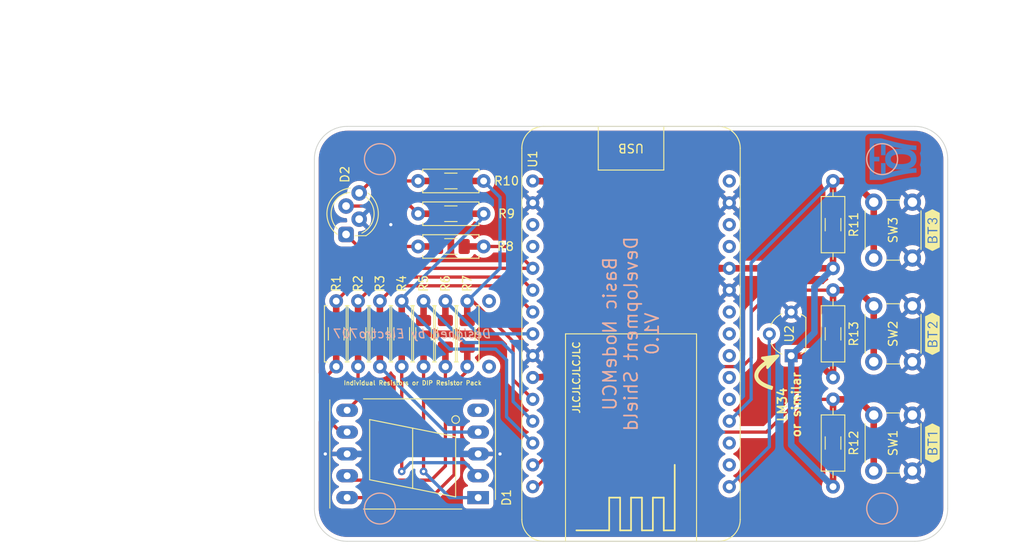
<source format=kicad_pcb>
(kicad_pcb (version 20210228) (generator pcbnew)
  (layers (0 "F.Cu" signal) (31 "B.Cu" signal) (34 "B.Paste" user) (35 "F.Paste" user) (36 "B.SilkS" user "B.Silkscreen") (37 "F.SilkS" user "F.Silkscreen") (38 "B.Mask" user) (39 "F.Mask" user) (44 "Edge.Cuts" user))
  (net 0 "")
  (net 1 "Net-(D1-Pad4)")
  (net 2 "+3V3")
  (net 3 "/BT2")
  (net 4 "/BT1")
  (net 5 "/SEGG")
  (net 6 "/SEGF")
  (net 7 "/SEGE")
  (net 8 "/SEGD")
  (net 9 "/SEGC")
  (net 10 "/SEGB")
  (net 11 "Net-(D1-Pad6)")
  (net 12 "/SEGA")
  (net 13 "GND")
  (net 14 "Net-(D1-Pad2)")
  (net 23 "/TEMP")
  (net 24 "Net-(D1-Pad1)")
  (net 28 "Net-(D1-Pad9)")
  (net 29 "Net-(D1-Pad10)")
  (net 30 "Net-(D1-Pad7)")
  (net 31 "Net-(D2-Pad1)")
  (net 32 "Net-(D2-Pad3)")
  (net 35 "Net-(D2-Pad4)")
  (net 36 "/BT3")
  (footprint "Resistor_SMD:R_1206_3216Metric_Pad1.30x1.75mm_HandSolder" (layer "F.Cu") (at 182.88 51.435 -90)
    (fp_text reference "SMD-R7" hide)
    (fp_text value "1k")
    (pad "1" smd roundrect (at -1.55 0 270) (size 1.3 1.75) (layers "F.Cu" "F.Paste" "F.Mask") (roundrect_rratio 0.1923076923076923) (net 5 "/SEGG"))
    (pad "2" smd roundrect (at 1.55 0 270) (size 1.3 1.75) (layers "F.Cu" "F.Paste" "F.Mask") (roundrect_rratio 0.1923076923076923) (net 29 "Net-(D1-Pad10)"))
  )
  (footprint "Resistor_THT:R_Axial_DIN0207_L6.3mm_D2.5mm_P7.62mm_Horizontal" (layer "F.Cu") (at 184.785 33.655 180)
    (fp_text reference "R10" (at -2.667 0 180) (layer "F.SilkS"))
    (fp_text value "1k")
    (pad "1" thru_hole circle (at 0 0 180) (size 1.6 1.6) (drill 0.8) (layers *.Cu *.Mask) (net 5 "/SEGG"))
    (pad "2" thru_hole oval (at 7.62 0 180) (size 1.6 1.6) (drill 0.8) (layers *.Cu *.Mask) (net 35 "Net-(D2-Pad4)"))
  )
  (footprint "Resistor_THT:R_Axial_DIN0207_L6.3mm_D2.5mm_P7.62mm_Horizontal" (layer "F.Cu") (at 182.88 47.625 -90)
    (fp_text reference "R7" (at -2.032 0 90) (layer "F.SilkS"))
    (fp_text value "1k")
    (pad "1" thru_hole circle (at 0 0 270) (size 1.6 1.6) (drill 0.8) (layers *.Cu *.Mask) (net 5 "/SEGG"))
    (pad "2" thru_hole oval (at 7.62 0 270) (size 1.6 1.6) (drill 0.8) (layers *.Cu *.Mask) (net 29 "Net-(D1-Pad10)"))
  )
  (footprint "TestPoint:TestPoint_THTPad_D1.5mm_Drill0.7mm" (layer "F.Cu") (at 185.42 47.625)
    (fp_text reference "REF**" hide)
    (fp_text value "TestPoint_THTPad_D1.5mm_Drill0.7mm" hide)
    (pad "1" thru_hole circle (at 0 0) (size 1.6 1.6) (drill 0.8) (layers *.Cu *.Mask))
  )
  (footprint "Resistor_THT:R_Axial_DIN0207_L6.3mm_D2.5mm_P7.62mm_Horizontal" (layer "F.Cu") (at 175.26 47.625 -90)
    (fp_text reference "R4" (at -2.032 0 90) (layer "F.SilkS"))
    (fp_text value "1k")
    (pad "1" thru_hole circle (at 0 0 270) (size 1.6 1.6) (drill 0.8) (layers *.Cu *.Mask) (net 8 "/SEGD"))
    (pad "2" thru_hole oval (at 7.62 0 270) (size 1.6 1.6) (drill 0.8) (layers *.Cu *.Mask) (net 14 "Net-(D1-Pad2)"))
  )
  (footprint "Resistor_THT:R_Axial_DIN0207_L6.3mm_D2.5mm_P7.62mm_Horizontal" (layer "F.Cu") (at 172.72 47.625 -90)
    (fp_text reference "R3" (at -2.032 0 90) (layer "F.SilkS"))
    (fp_text value "1k")
    (pad "1" thru_hole circle (at 0 0 270) (size 1.6 1.6) (drill 0.8) (layers *.Cu *.Mask) (net 9 "/SEGC"))
    (pad "2" thru_hole oval (at 7.62 0 270) (size 1.6 1.6) (drill 0.8) (layers *.Cu *.Mask) (net 1 "Net-(D1-Pad4)"))
  )
  (footprint "buzzardLabel" (layer "F.Cu") (at 236.982 64.135 90)
    (fp_text reference "" (at 0 -8.89 90) (layer "F.SilkS") (effects (font (size 1.27 1.27))))
    (fp_text value "" (at 0 -8.89 90) (layer "F.SilkS") (effects (font (size 1.27 1.27))))
  )
  (footprint "Logo:NPN_6x6mm" (layer "F.Cu") (at 219.71 31.115 90)
    (fp_text reference "Ref**" hide)
    (fp_text value "Val**" hide)
  )
  (footprint "Resistor_THT:R_Axial_DIN0207_L6.3mm_D2.5mm_P7.62mm_Horizontal" (layer "F.Cu") (at 180.34 47.625 -90)
    (fp_text reference "R6" (at -2.032 0 90) (layer "F.SilkS"))
    (fp_text value "1k")
    (pad "1" thru_hole circle (at 0 0 270) (size 1.6 1.6) (drill 0.8) (layers *.Cu *.Mask) (net 6 "/SEGF"))
    (pad "2" thru_hole oval (at 7.62 0 270) (size 1.6 1.6) (drill 0.8) (layers *.Cu *.Mask) (net 28 "Net-(D1-Pad9)"))
  )
  (footprint "Resistor_THT:R_Axial_DIN0207_L6.3mm_D2.5mm_P7.62mm_Horizontal" (layer "F.Cu") (at 177.8 47.625 -90)
    (fp_text reference "R5" (at -2.032 0 90) (layer "F.SilkS"))
    (fp_text value "1k")
    (pad "1" thru_hole circle (at 0 0 270) (size 1.6 1.6) (drill 0.8) (layers *.Cu *.Mask) (net 7 "/SEGE"))
    (pad "2" thru_hole oval (at 7.62 0 270) (size 1.6 1.6) (drill 0.8) (layers *.Cu *.Mask) (net 24 "Net-(D1-Pad1)"))
  )
  (footprint "Package_TO_SOT_THT:TO-92L_Wide" (layer "F.Cu") (at 220.5575 53.985 90)
    (fp_text reference "U2" (at 2.55 -0.2125 90) (layer "F.SilkS"))
    (fp_text value "LM35-LP")
    (pad "1" thru_hole rect (at 0 0 90) (size 1.5 1.5) (drill 0.8) (layers *.Cu *.Mask) (net 2 "+3V3"))
    (pad "2" thru_hole circle (at 2.54 -2.54 90) (size 1.5 1.5) (drill 0.8) (layers *.Cu *.Mask) (net 23 "/TEMP"))
    (pad "3" thru_hole circle (at 5.08 0 90) (size 1.5 1.5) (drill 0.8) (layers *.Cu *.Mask) (net 13 "GND"))
  )
  (footprint "Resistor_THT:R_Axial_DIN0207_L6.3mm_D2.5mm_P7.62mm_Horizontal" (layer "F.Cu") (at 167.64 47.625 -90)
    (fp_text reference "R1" (at -2.032 0 90) (layer "F.SilkS"))
    (fp_text value "1k")
    (pad "1" thru_hole circle (at 0 0 270) (size 1.6 1.6) (drill 0.8) (layers *.Cu *.Mask) (net 12 "/SEGA"))
    (pad "2" thru_hole oval (at 7.62 0 270) (size 1.6 1.6) (drill 0.8) (layers *.Cu *.Mask) (net 30 "Net-(D1-Pad7)"))
  )
  (footprint "TestPoint:TestPoint_THTPad_D1.5mm_Drill0.7mm" (layer "F.Cu") (at 185.42 55.245)
    (fp_text reference "REF**" hide)
    (fp_text value "TestPoint_THTPad_D1.5mm_Drill0.7mm" hide)
    (pad "1" thru_hole circle (at 0 0) (size 1.6 1.6) (drill 0.8) (layers *.Cu *.Mask))
  )
  (footprint "Resistor_SMD:R_1206_3216Metric_Pad1.30x1.75mm_HandSolder" (layer "F.Cu") (at 180.975 37.465 180)
    (fp_text reference "SMD-R9" hide)
    (fp_text value "1k")
    (pad "1" smd roundrect (at -1.55 0 180) (size 1.3 1.75) (layers "F.Cu" "F.Paste" "F.Mask") (roundrect_rratio 0.1923076923076923) (net 8 "/SEGD"))
    (pad "2" smd roundrect (at 1.55 0 180) (size 1.3 1.75) (layers "F.Cu" "F.Paste" "F.Mask") (roundrect_rratio 0.1923076923076923) (net 32 "Net-(D2-Pad3)"))
  )
  (footprint "Resistor_THT:R_Axial_DIN0207_L6.3mm_D2.5mm_P10.16mm_Horizontal" (layer "F.Cu") (at 225.425 69.215 90)
    (fp_text reference "R12" (at 5.08 2.413 90) (layer "F.SilkS"))
    (fp_text value "1k")
    (pad "1" thru_hole circle (at 0 0 90) (size 1.6 1.6) (drill 0.8) (layers *.Cu *.Mask) (net 2 "+3V3"))
    (pad "2" thru_hole oval (at 10.16 0 90) (size 1.6 1.6) (drill 0.8) (layers *.Cu *.Mask) (net 4 "/BT1"))
  )
  (footprint "Resistor_THT:R_Axial_DIN0207_L6.3mm_D2.5mm_P7.62mm_Horizontal" (layer "F.Cu") (at 184.785 37.465 180)
    (fp_text reference "R9" (at -2.667 0) (layer "F.SilkS"))
    (fp_text value "1k")
    (pad "1" thru_hole circle (at 0 0 180) (size 1.6 1.6) (drill 0.8) (layers *.Cu *.Mask) (net 8 "/SEGD"))
    (pad "2" thru_hole oval (at 7.62 0 180) (size 1.6 1.6) (drill 0.8) (layers *.Cu *.Mask) (net 32 "Net-(D2-Pad3)"))
  )
  (footprint "Resistor_SMD:R_1206_3216Metric_Pad1.30x1.75mm_HandSolder" (layer "F.Cu") (at 175.26 51.435 -90)
    (fp_text reference "SMD-R4" hide)
    (fp_text value "1k")
    (pad "1" smd roundrect (at -1.55 0 270) (size 1.3 1.75) (layers "F.Cu" "F.Paste" "F.Mask") (roundrect_rratio 0.1923076923076923) (net 8 "/SEGD"))
    (pad "2" smd roundrect (at 1.55 0 270) (size 1.3 1.75) (layers "F.Cu" "F.Paste" "F.Mask") (roundrect_rratio 0.1923076923076923) (net 14 "Net-(D1-Pad2)"))
  )
  (footprint "Resistor_SMD:R_1206_3216Metric_Pad1.30x1.75mm_HandSolder" (layer "F.Cu") (at 177.8 51.435 -90)
    (fp_text reference "SMD-R5" hide)
    (fp_text value "1k")
    (pad "1" smd roundrect (at -1.55 0 270) (size 1.3 1.75) (layers "F.Cu" "F.Paste" "F.Mask") (roundrect_rratio 0.1923076923076923) (net 7 "/SEGE"))
    (pad "2" smd roundrect (at 1.55 0 270) (size 1.3 1.75) (layers "F.Cu" "F.Paste" "F.Mask") (roundrect_rratio 0.1923076923076923) (net 24 "Net-(D1-Pad1)"))
  )
  (footprint "Resistor_SMD:R_1206_3216Metric_Pad1.30x1.75mm_HandSolder" (layer "F.Cu") (at 170.18 51.435 -90)
    (fp_text reference "SMD-R2" hide)
    (fp_text value "1k")
    (pad "1" smd roundrect (at -1.55 0 270) (size 1.3 1.75) (layers "F.Cu" "F.Paste" "F.Mask") (roundrect_rratio 0.1923076923076923) (net 10 "/SEGB"))
    (pad "2" smd roundrect (at 1.55 0 270) (size 1.3 1.75) (layers "F.Cu" "F.Paste" "F.Mask") (roundrect_rratio 0.1923076923076923) (net 11 "Net-(D1-Pad6)"))
  )
  (footprint "Resistor_SMD:R_1206_3216Metric_Pad1.30x1.75mm_HandSolder" (layer "F.Cu") (at 172.72 51.435 -90)
    (fp_text reference "SMD-R3" hide)
    (fp_text value "1k")
    (pad "1" smd roundrect (at -1.55 0 270) (size 1.3 1.75) (layers "F.Cu" "F.Paste" "F.Mask") (roundrect_rratio 0.1923076923076923) (net 9 "/SEGC"))
    (pad "2" smd roundrect (at 1.55 0 270) (size 1.3 1.75) (layers "F.Cu" "F.Paste" "F.Mask") (roundrect_rratio 0.1923076923076923) (net 1 "Net-(D1-Pad4)"))
  )
  (footprint "Resistor_SMD:R_1206_3216Metric_Pad1.30x1.75mm_HandSolder" (layer "F.Cu") (at 225.425 64.135 -90)
    (fp_text reference "SMD-R12" hide)
    (fp_text value "1k")
    (pad "1" smd roundrect (at -1.55 0 270) (size 1.3 1.75) (layers "F.Cu" "F.Paste" "F.Mask") (roundrect_rratio 0.1923076923076923) (net 4 "/BT1"))
    (pad "2" smd roundrect (at 1.55 0 270) (size 1.3 1.75) (layers "F.Cu" "F.Paste" "F.Mask") (roundrect_rratio 0.1923076923076923) (net 2 "+3V3"))
  )
  (footprint "NodeMCU:NodeMCU V2" (layer "F.Cu") (at 201.93 51.435 180)
    (fp_text reference "U1" (at 11.43 20.32 90 unlocked) (layer "F.SilkS"))
    (fp_text value "NodeMCU_1.0_(ESP-12E)")
    (pad "1" thru_hole circle (at -11.43 -17.78 180) (size 1.524 1.524) (drill 0.762) (layers *.Cu *.Mask) (net 23 "/TEMP"))
    (pad "2" thru_hole circle (at -11.43 -15.24 180) (size 1.524 1.524) (drill 0.762) (layers *.Cu *.Mask))
    (pad "3" thru_hole circle (at -11.43 -12.7 180) (size 1.524 1.524) (drill 0.762) (layers *.Cu *.Mask))
    (pad "4" thru_hole circle (at -11.43 -10.16 180) (size 1.524 1.524) (drill 0.762) (layers *.Cu *.Mask) (net 36 "/BT3"))
    (pad "5" thru_hole circle (at -11.43 -7.62 180) (size 1.524 1.524) (drill 0.762) (layers *.Cu *.Mask))
    (pad "6" thru_hole circle (at -11.43 -5.08 180) (size 1.524 1.524) (drill 0.762) (layers *.Cu *.Mask))
    (pad "7" thru_hole circle (at -11.43 -2.54 180) (size 1.524 1.524) (drill 0.762) (layers *.Cu *.Mask))
    (pad "8" thru_hole circle (at -11.43 0 180) (size 1.524 1.524) (drill 0.762) (layers *.Cu *.Mask))
    (pad "9" thru_hole circle (at -11.43 2.54 180) (size 1.524 1.524) (drill 0.762) (layers *.Cu *.Mask))
    (pad "10" thru_hole circle (at -11.43 5.08 180) (size 1.524 1.524) (drill 0.762) (layers *.Cu *.Mask) (net 13 "GND"))
    (pad "11" thru_hole circle (at -11.43 7.62 180) (size 1.524 1.524) (drill 0.762) (layers *.Cu *.Mask) (net 2 "+3V3"))
    (pad "12" thru_hole circle (at -11.43 10.16 180) (size 1.524 1.524) (drill 0.762) (layers *.Cu *.Mask))
    (pad "13" thru_hole circle (at -11.43 12.7 180) (size 1.524 1.524) (drill 0.762) (layers *.Cu *.Mask))
    (pad "14" thru_hole circle (at -11.43 15.24 180) (size 1.524 1.524) (drill 0.762) (layers *.Cu *.Mask) (net 13 "GND"))
    (pad "15" thru_hole circle (at -11.43 17.78 180) (size 1.524 1.524) (drill 0.762) (layers *.Cu *.Mask))
    (pad "16" thru_hole circle (at 11.43 17.78 180) (size 1.524 1.524) (drill 0.762) (layers *.Cu *.Mask) (net 2 "+3V3"))
    (pad "17" thru_hole circle (at 11.43 15.24 180) (size 1.524 1.524) (drill 0.762) (layers *.Cu *.Mask) (net 13 "GND"))
    (pad "18" thru_hole circle (at 11.43 12.7 180) (size 1.524 1.524) (drill 0.762) (layers *.Cu *.Mask))
    (pad "19" thru_hole circle (at 11.43 10.16 180) (size 1.524 1.524) (drill 0.762) (layers *.Cu *.Mask))
    (pad "20" thru_hole circle (at 11.43 7.62 180) (size 1.524 1.524) (drill 0.762) (layers *.Cu *.Mask) (net 12 "/SEGA"))
    (pad "21" thru_hole circle (at 11.43 5.08 180) (size 1.524 1.524) (drill 0.762) (layers *.Cu *.Mask) (net 10 "/SEGB"))
    (pad "22" thru_hole circle (at 11.43 2.54 180) (size 1.524 1.524) (drill 0.762) (layers *.Cu *.Mask) (net 9 "/SEGC"))
    (pad "23" thru_hole circle (at 11.43 0 180) (size 1.524 1.524) (drill 0.762) (layers *.Cu *.Mask) (net 6 "/SEGF"))
    (pad "24" thru_hole circle (at 11.43 -2.54 180) (size 1.524 1.524) (drill 0.762) (layers *.Cu *.Mask) (net 13 "GND"))
    (pad "25" thru_hole circle (at 11.43 -5.08 180) (size 1.524 1.524) (drill 0.762) (layers *.Cu *.Mask) (net 2 "+3V3"))
    (pad "26" thru_hole circle (at 11.43 -7.62 180) (size 1.524 1.524) (drill 0.762) (layers *.Cu *.Mask) (net 5 "/SEGG"))
    (pad "27" thru_hole circle (at 11.43 -10.16 180) (size 1.524 1.524) (drill 0.762) (layers *.Cu *.Mask) (net 7 "/SEGE"))
    (pad "28" thru_hole circle (at 11.43 -12.7 180) (size 1.524 1.524) (drill 0.762) (layers *.Cu *.Mask) (net 8 "/SEGD"))
    (pad "29" thru_hole circle (at 11.43 -15.24 180) (size 1.524 1.524) (drill 0.762) (layers *.Cu *.Mask) (net 3 "/BT2"))
    (pad "30" thru_hole circle (at 11.43 -17.78 180) (size 1.524 1.524) (drill 0.762) (layers *.Cu *.Mask) (net 4 "/BT1"))
  )
  (footprint "buzzardLabel" (layer "F.Cu") (at 236.982 51.435 90)
    (fp_text reference "" (at 0 -8.89 90) (layer "F.SilkS") (effects (font (size 1.27 1.27))))
    (fp_text value "" (at 0 -8.89 90) (layer "F.SilkS") (effects (font (size 1.27 1.27))))
  )
  (footprint "Button_Switch_THT:SW_PUSH_6mm" (layer "F.Cu") (at 230.16 42.62 90)
    (fp_text reference "SW3" (at 3.25 2.25 90) (layer "F.SilkS"))
    (fp_text value "SW_Push")
    (pad "1" thru_hole circle (at 0 0 180) (size 2 2) (drill 1.1) (layers *.Cu *.Mask) (net 36 "/BT3"))
    (pad "1" thru_hole circle (at 6.5 0 180) (size 2 2) (drill 1.1) (layers *.Cu *.Mask) (net 36 "/BT3"))
    (pad "2" thru_hole circle (at 0 4.5 180) (size 2 2) (drill 1.1) (layers *.Cu *.Mask) (net 13 "GND"))
    (pad "2" thru_hole circle (at 6.5 4.5 180) (size 2 2) (drill 1.1) (layers *.Cu *.Mask) (net 13 "GND"))
  )
  (footprint "Resistor_SMD:R_1206_3216Metric_Pad1.30x1.75mm_HandSolder" (layer "F.Cu") (at 180.34 51.435 -90)
    (fp_text reference "SMD-R6" hide)
    (fp_text value "1k")
    (pad "1" smd roundrect (at -1.55 0 270) (size 1.3 1.75) (layers "F.Cu" "F.Paste" "F.Mask") (roundrect_rratio 0.1923076923076923) (net 6 "/SEGF"))
    (pad "2" smd roundrect (at 1.55 0 270) (size 1.3 1.75) (layers "F.Cu" "F.Paste" "F.Mask") (roundrect_rratio 0.1923076923076923) (net 28 "Net-(D1-Pad9)"))
  )
  (footprint "Resistor_SMD:R_1206_3216Metric_Pad1.30x1.75mm_HandSolder" (layer "F.Cu") (at 167.64 51.435 -90)
    (fp_text reference "SMD-R1" hide)
    (fp_text value "1k")
    (pad "1" smd roundrect (at -1.55 0 270) (size 1.3 1.75) (layers "F.Cu" "F.Paste" "F.Mask") (roundrect_rratio 0.1923076923076923) (net 12 "/SEGA"))
    (pad "2" smd roundrect (at 1.55 0 270) (size 1.3 1.75) (layers "F.Cu" "F.Paste" "F.Mask") (roundrect_rratio 0.1923076923076923) (net 30 "Net-(D1-Pad7)"))
  )
  (footprint "Button_Switch_THT:SW_PUSH_6mm" (layer "F.Cu") (at 230.16 67.385 90)
    (fp_text reference "SW1" (at 3.25 2.25 90) (layer "F.SilkS"))
    (fp_text value "SW_Push")
    (pad "1" thru_hole circle (at 0 0 180) (size 2 2) (drill 1.1) (layers *.Cu *.Mask) (net 4 "/BT1"))
    (pad "1" thru_hole circle (at 6.5 0 180) (size 2 2) (drill 1.1) (layers *.Cu *.Mask) (net 4 "/BT1"))
    (pad "2" thru_hole circle (at 0 4.5 180) (size 2 2) (drill 1.1) (layers *.Cu *.Mask) (net 13 "GND"))
    (pad "2" thru_hole circle (at 6.5 4.5 180) (size 2 2) (drill 1.1) (layers *.Cu *.Mask) (net 13 "GND"))
  )
  (footprint "Resistor_THT:R_Axial_DIN0207_L6.3mm_D2.5mm_P10.16mm_Horizontal" (layer "F.Cu") (at 225.425 56.515 90)
    (fp_text reference "R13" (at 5.08 2.413 90) (layer "F.SilkS"))
    (fp_text value "1k")
    (pad "1" thru_hole circle (at 0 0 90) (size 1.6 1.6) (drill 0.8) (layers *.Cu *.Mask) (net 2 "+3V3"))
    (pad "2" thru_hole oval (at 10.16 0 90) (size 1.6 1.6) (drill 0.8) (layers *.Cu *.Mask) (net 3 "/BT2"))
  )
  (footprint "Resistor_THT:R_Axial_DIN0207_L6.3mm_D2.5mm_P10.16mm_Horizontal" (layer "F.Cu") (at 225.425 43.815 90)
    (fp_text reference "R11" (at 5.08 2.413 90) (layer "F.SilkS"))
    (fp_text value "1k")
    (pad "1" thru_hole circle (at 0 0 90) (size 1.6 1.6) (drill 0.8) (layers *.Cu *.Mask) (net 2 "+3V3"))
    (pad "2" thru_hole oval (at 10.16 0 90) (size 1.6 1.6) (drill 0.8) (layers *.Cu *.Mask) (net 36 "/BT3"))
  )
  (footprint "Resistor_SMD:R_1206_3216Metric_Pad1.30x1.75mm_HandSolder" (layer "F.Cu") (at 180.975 41.275 180)
    (fp_text reference "SMD-R8" hide)
    (fp_text value "1k")
    (pad "1" smd roundrect (at -1.55 0 180) (size 1.3 1.75) (layers "F.Cu" "F.Paste" "F.Mask") (roundrect_rratio 0.1923076923076923) (net 12 "/SEGA"))
    (pad "2" smd roundrect (at 1.55 0 180) (size 1.3 1.75) (layers "F.Cu" "F.Paste" "F.Mask") (roundrect_rratio 0.1923076923076923) (net 31 "Net-(D2-Pad1)"))
  )
  (footprint "buzzardLabel" (layer "F.Cu") (at 236.982 39.37 90)
    (fp_text reference "" (at 0 -8.89 90) (layer "F.SilkS") (effects (font (size 1.27 1.27))))
    (fp_text value "" (at 0 -8.89 90) (layer "F.SilkS") (effects (font (size 1.27 1.27))))
  )
  (footprint "Resistor_THT:R_Axial_DIN0207_L6.3mm_D2.5mm_P7.62mm_Horizontal" (layer "F.Cu") (at 184.785 41.275 180)
    (fp_text reference "R8" (at -2.54 0 180) (layer "F.SilkS"))
    (fp_text value "1k")
    (pad "1" thru_hole circle (at 0 0 180) (size 1.6 1.6) (drill 0.8) (layers *.Cu *.Mask) (net 12 "/SEGA"))
    (pad "2" thru_hole oval (at 7.62 0 180) (size 1.6 1.6) (drill 0.8) (layers *.Cu *.Mask) (net 31 "Net-(D2-Pad1)"))
  )
  (footprint "Resistor_SMD:R_1206_3216Metric_Pad1.30x1.75mm_HandSolder" (layer "F.Cu") (at 225.425 38.735 -90)
    (fp_text reference "SMD-R11" hide)
    (fp_text value "1k")
    (pad "1" smd roundrect (at -1.55 0 270) (size 1.3 1.75) (layers "F.Cu" "F.Paste" "F.Mask") (roundrect_rratio 0.1923076923076923) (net 36 "/BT3"))
    (pad "2" smd roundrect (at 1.55 0 270) (size 1.3 1.75) (layers "F.Cu" "F.Paste" "F.Mask") (roundrect_rratio 0.1923076923076923) (net 2 "+3V3"))
  )
  (footprint "Button_Switch_THT:SW_PUSH_6mm" (layer "F.Cu") (at 230.16 54.685 90)
    (fp_text reference "SW2" (at 3.25 2.25 270) (layer "F.SilkS"))
    (fp_text value "SW_Push")
    (pad "1" thru_hole circle (at 0 0 180) (size 2 2) (drill 1.1) (layers *.Cu *.Mask) (net 3 "/BT2"))
    (pad "1" thru_hole circle (at 6.5 0 180) (size 2 2) (drill 1.1) (layers *.Cu *.Mask) (net 3 "/BT2"))
    (pad "2" thru_hole circle (at 6.5 4.5 180) (size 2 2) (drill 1.1) (layers *.Cu *.Mask) (net 13 "GND"))
    (pad "2" thru_hole circle (at 0 4.5 180) (size 2 2) (drill 1.1) (layers *.Cu *.Mask) (net 13 "GND"))
  )
  (footprint "Resistor_THT:R_Axial_DIN0207_L6.3mm_D2.5mm_P7.62mm_Horizontal" (layer "F.Cu") (at 170.18 47.625 -90)
    (fp_text reference "R2" (at -2.032 0 90) (layer "F.SilkS"))
    (fp_text value "1k")
    (pad "1" thru_hole circle (at 0 0 270) (size 1.6 1.6) (drill 0.8) (layers *.Cu *.Mask) (net 10 "/SEGB"))
    (pad "2" thru_hole oval (at 7.62 0 270) (size 1.6 1.6) (drill 0.8) (layers *.Cu *.Mask) (net 11 "Net-(D1-Pad6)"))
  )
  (footprint "Display_7Segment:7SegmentLED_LTS6760_LTS6780" (layer "F.Cu") (at 184.15 70.485 180)
    (fp_text reference "D1" (at -3.302 0 90) (layer "F.SilkS"))
    (fp_text value "SM420561N")
    (pad "1" thru_hole rect (at 0 0 90) (size 1.524 2.524) (drill 0.8) (layers *.Cu *.Mask) (net 24 "Net-(D1-Pad1)"))
    (pad "2" thru_hole oval (at 0 2.54 90) (size 1.524 2.524) (drill 0.8) (layers *.Cu *.Mask) (net 14 "Net-(D1-Pad2)"))
    (pad "3" thru_hole oval (at 0 5.08 90) (size 1.524 2.524) (drill 0.8) (layers *.Cu *.Mask) (net 13 "GND"))
    (pad "4" thru_hole oval (at 0 7.62 90) (size 1.524 2.524) (drill 0.8) (layers *.Cu *.Mask) (net 1 "Net-(D1-Pad4)"))
    (pad "5" thru_hole oval (at 0 10.16 90) (size 1.524 2.524) (drill 0.8) (layers *.Cu *.Mask))
    (pad "6" thru_hole oval (at 15.24 10.16 90) (size 1.524 2.524) (drill 0.8) (layers *.Cu *.Mask) (net 11 "Net-(D1-Pad6)"))
    (pad "7" thru_hole oval (at 15.24 7.62 90) (size 1.524 2.524) (drill 0.8) (layers *.Cu *.Mask) (net 30 "Net-(D1-Pad7)"))
    (pad "8" thru_hole oval (at 15.24 5.08 90) (size 1.524 2.524) (drill 0.8) (layers *.Cu *.Mask) (net 13 "GND"))
    (pad "9" thru_hole oval (at 15.24 2.54 90) (size 1.524 2.524) (drill 0.8) (layers *.Cu *.Mask) (net 28 "Net-(D1-Pad9)"))
    (pad "10" thru_hole oval (at 15.24 0 90) (size 1.524 2.524) (drill 0.8) (layers *.Cu *.Mask) (net 29 "Net-(D1-Pad10)"))
  )
  (footprint "Resistor_SMD:R_1206_3216Metric_Pad1.30x1.75mm_HandSolder" (layer "F.Cu") (at 180.975 33.655 180)
    (fp_text reference "SMD-R10" hide)
    (fp_text value "1k")
    (pad "1" smd roundrect (at -1.55 0 180) (size 1.3 1.75) (layers "F.Cu" "F.Paste" "F.Mask") (roundrect_rratio 0.1923076923076923) (net 5 "/SEGG"))
    (pad "2" smd roundrect (at 1.55 0 180) (size 1.3 1.75) (layers "F.Cu" "F.Paste" "F.Mask") (roundrect_rratio 0.1923076923076923) (net 35 "Net-(D2-Pad4)"))
  )
  (footprint "Resistor_SMD:R_1206_3216Metric_Pad1.30x1.75mm_HandSolder" (layer "F.Cu") (at 225.425 51.435 -90)
    (fp_text reference "SMD-R13" hide)
    (fp_text value "1k")
    (pad "1" smd roundrect (at -1.55 0 270) (size 1.3 1.75) (layers "F.Cu" "F.Paste" "F.Mask") (roundrect_rratio 0.1923076923076923) (net 3 "/BT2"))
    (pad "2" smd roundrect (at 1.55 0 270) (size 1.3 1.75) (layers "F.Cu" "F.Paste" "F.Mask") (roundrect_rratio 0.1923076923076923) (net 2 "+3V3"))
  )
  (footprint "LED_THT:LED_D5.0mm-4_RGB_Staggered_Pins" (layer "F.Cu") (at 168.785 39.875 90)
    (fp_text reference "D2" (at 6.982 -0.129 90) (layer "F.SilkS"))
    (fp_text value "LED_RKGB")
    (pad "1" thru_hole roundrect (at 0 0 90) (size 1.8 1.8) (drill 0.9) (layers *.Cu *.Mask) (net 31 "Net-(D2-Pad1)"))
    (pad "2" thru_hole circle (at 1.778 1.524 90) (size 1.8 1.8) (drill 0.9) (layers *.Cu *.Mask) (net 13 "GND"))
    (pad "3" thru_hole circle (at 3.302 0 90) (size 1.8 1.8) (drill 0.9) (layers *.Cu *.Mask) (net 32 "Net-(D2-Pad3)"))
    (pad "4" thru_hole circle (at 4.826 1.524 90) (size 1.8 1.8) (drill 0.9) (layers *.Cu *.Mask) (net 35 "Net-(D2-Pad4)"))
  )
  (footprint "Logo:NPN_6x6mm" (layer "B.Cu") (at 219.71 71.755 -90)
    (fp_text reference "Ref**" hide)
    (fp_text value "Val**" hide)
  )
  (footprint "Logo:new_707_logo_6x6.6" (layer "B.Cu") (at 232.41 31.115 -90)
    (fp_text reference "G***" hide)
    (fp_text value "LOGO" hide)
    (fp_poly (pts (xy 2.41819 1.372249) (xy 2.396664 1.305673) (xy 2.379427 1.250958) (xy 2.359666 1.185745) (xy 2.337697 1.111195) (xy 2.313836 1.028468) (xy 2.288401 0.938727) (xy 2.261706 0.843133) (xy 2.23407 0.742846) (xy 2.205808 0.639029) (xy 2.177237 0.532842) (xy 2.148673 0.425447) (xy 2.120432 0.318004) (xy 2.092833 0.211677) (xy 2.066189 0.107624) (xy 2.040819 0.007009) (xy 2.021235 -0.071924) (xy 1.956662 -0.339246) (xy 1.897184 -0.595728) (xy 1.842798 -0.841394) (xy 1.793498 -1.076268) (xy 1.749281 -1.300375) (xy 1.710143 -1.513739) (xy 1.67608 -1.716382) (xy 1.647087 -1.90833) (xy 1.62316 -2.089605) (xy 1.604295 -2.260233) (xy 1.590488 -2.420237) (xy 1.581735 -2.569641) (xy 1.580429 -2.602705) (xy 1.576303 -2.718214) (xy 1.062083 -2.718214) (xy 1.062141 -2.638708) (xy 1.063324 -2.554964) (xy 1.066776 -2.461521) (xy 1.072519 -2.358057) (xy 1.080578 -2.24425) (xy 1.090976 -2.119777) (xy 1.103737 -1.984317) (xy 1.118885 -1.837546) (xy 1.125272 -1.778743) (xy 1.125539 -1.770387) (xy 1.123318 -1.772036) (xy 1.118434 -1.784104) (xy 1.110713 -1.807007) (xy 1.102458 -1.833145) (xy 1.058045 -1.961649) (xy 1.007753 -2.079761) (xy 0.951491 -2.187601) (xy 0.889168 -2.285291) (xy 0.820694 -2.37295) (xy 0.745978 -2.4507) (xy 0.664929 -2.51866) (xy 0.577456 -2.576952) (xy 0.519041 -2.60875) (xy 0.438495 -2.644961) (xy 0.356109 -2.673463) (xy 0.270069 -2.694638) (xy 0.178559 -2.708869) (xy 0.079767 -2.716538) (xy 0 -2.718214) (xy -0.105586 -2.715192) (xy -0.202524 -2.705874) (xy -0.29261 -2.68988) (xy -0.377636 -2.666833) (xy -0.459397 -2.636355) (xy -0.518914 -2.608763) (xy -0.575805 -2.578348) (xy -0.626451 -2.546848) (xy -0.674082 -2.511916) (xy -0.721928 -2.471205) (xy -0.767136 -2.42838) (xy -0.837043 -2.352516) (xy -0.900815 -2.268394) (xy -0.958772 -2.175448) (xy -1.011234 -2.073109) (xy -1.058521 -1.96081) (xy -1.100951 -1.837985) (xy -1.102459 -1.833145) (xy -1.112554 -1.801355) (xy -1.119673 -1.780729) (xy -1.123992 -1.770853) (xy -1.125683 -1.77131) (xy -1.125272 -1.778743) (xy -1.109211 -1.929896) (xy -1.095546 -2.069616) (xy -1.084253 -2.198226) (xy -1.075308 -2.316048) (xy -1.068687 -2.423404) (xy -1.064368 -2.520617) (xy -1.062325 -2.608009) (xy -1.062141 -2.638708) (xy -1.062084 -2.718214) (xy -1.578125 -2.718214) (xy -1.578212 -2.66871) (xy -1.578816 -2.634732) (xy -1.580429 -2.591312) (xy -1.582904 -2.540957) (xy -1.586093 -2.486169) (xy -1.589848 -2.429455) (xy -1.594021 -2.373318) (xy -1.598464 -2.320262) (xy -1.599378 -2.310182) (xy -1.6157 -2.152954) (xy -1.636703 -1.985137) (xy -1.6623 -1.807156) (xy -1.674009 -1.734137) (xy -1.13409 -1.734137) (xy -1.131894 -1.739076) (xy -1.130089 -1.738137) (xy -1.129371 -1.731016) (xy -1.130089 -1.730137) (xy -1.133657 -1.73096) (xy -1.13409 -1.734137) (xy -1.674009 -1.734137) (xy -1.692403 -1.619436) (xy -1.726926 -1.422401) (xy -1.76578 -1.216477) (xy -1.80888 -1.002087) (xy -1.856137 -0.779656) (xy -1.907464 -0.549609) (xy -1.962775 -0.312371) (xy -2.021982 -0.068366) (xy -2.084998 0.181981) (xy -2.151735 0.438246) (xy -2.203089 0.630049) (xy -2.219704 0.690959) (xy -2.237759 0.756343) (xy -2.256807 0.824641) (xy -2.276402 0.894294) (xy -2.296098 0.963742) (xy -2.315448 1.031426) (xy -2.334005 1.095787) (xy -2.351324 1.155264) (xy -2.366958 1.208298) (xy -2.38046 1.25333) (xy -2.391384 1.2888) (xy -2.394035 1.297164) (xy -2.418191 1.372723) (xy -2.418191 2.202173) (xy -1.782141 2.202173) (xy -1.782141 1.39811) (xy -0.462037 1.39811) (xy -0.462037 0.882069) (xy -1.654092 0.882069) (xy -1.633705 0.811564) (xy -1.612682 0.736506) (xy -1.589905 0.650823) (xy -1.565654 0.555718) (xy -1.540209 0.452391) (xy -1.513853 0.342047) (xy -1.486865 0.225886) (xy -1.459526 0.10511) (xy -1.432117 -0.019077) (xy -1.404919 -0.145475) (xy -1.378213 -0.27288) (xy -1.362191 -0.351028) (xy -1.352471 -0.399569) (xy -1.341455 -0.455802) (xy -1.329457 -0.518034) (xy -1.31679 -0.584571) (xy -1.303767 -0.65372) (xy -1.290703 -0.723787) (xy -1.277909 -0.79308) (xy -1.265701 -0.859905) (xy -1.25439 -0.922568) (xy -1.244291 -0.979376) (xy -1.235718 -1.028636) (xy -1.228983 -1.068654) (xy -1.226416 -1.084586) (xy -1.222177 -1.111285) (xy -1.218678 -1.132997) (xy -1.216301 -1.147371) (xy -1.215433 -1.152091) (xy -1.215361 -1.1463) (xy -1.215293 -1.129757) (xy -1.215233 -1.103716) (xy -1.215182 -1.069426) (xy -1.215141 -1.028139) (xy -1.215113 -0.981104) (xy -1.215098 -0.929573) (xy -1.215096 -0.904572) (xy -1.215015 -0.871861) (xy -0.578397 -0.871861) (xy -0.578368 -0.935562) (xy -0.577835 -0.998034) (xy -0.576798 -1.057076) (xy -0.575256 -1.110484) (xy -0.57321 -1.156055) (xy -0.570978 -1.188094) (xy -0.556224 -1.321629) (xy -0.536432 -1.444449) (xy -0.511613 -1.556531) (xy -0.481779 -1.657853) (xy -0.446943 -1.748394) (xy -0.407116 -1.82813) (xy -0.36231 -1.89704) (xy -0.312538 -1.955102) (xy -0.25781 -2.002293) (xy -0.198138 -2.038592) (xy -0.133536 -2.063975) (xy -0.09602 -2.073253) (xy -0.050254 -2.07936) (xy 0.001035 -2.081273) (xy 0.052118 -2.078981) (xy 0.09136 -2.073667) (xy 0.159442 -2.054712) (xy 0.222489 -2.024867) (xy 0.2805 -1.984133) (xy 0.333473 -1.932515) (xy 0.381405 -1.870017) (xy 0.424295 -1.796641) (xy 0.452373 -1.734137) (xy 1.128089 -1.734137) (xy 1.130284 -1.739076) (xy 1.132089 -1.738137) (xy 1.132807 -1.731016) (xy 1.132089 -1.730137) (xy 1.128522 -1.73096) (xy 1.128089 -1.734137) (xy 0.452373 -1.734137) (xy 0.462142 -1.712392) (xy 0.494942 -1.617273) (xy 0.522695 -1.511286) (xy 0.545397 -1.394437) (xy 0.563049 -1.266728) (xy 0.570935 -1.188094) (xy 0.573405 -1.151406) (xy 0.575377 -1.104927) (xy 0.576849 -1.050857) (xy 0.577823 -0.991397) (xy 0.578297 -0.928746) (xy 0.578272 -0.865104) (xy 0.577749 -0.802671) (xy 0.576726 -0.743647) (xy 0.575204 -0.690232) (xy 0.573183 -0.644626) (xy 0.570935 -0.612049) (xy 0.556355 -0.479006) (xy 0.536862 -0.356852) (xy 0.512432 -0.245519) (xy 0.48304 -0.144936) (xy 0.448665 -0.055034) (xy 0.409281 0.024256) (xy 0.364867 0.093006) (xy 0.315398 0.151283) (xy 0.31284 0.153874) (xy 0.257941 0.201361) (xy 0.198552 0.237786) (xy 0.134369 0.263275) (xy 0.06509 0.277952) (xy 0 0.282022) (xy -0.074317 0.276576) (xy -0.143596 0.260237) (xy -0.207838 0.233005) (xy -0.267042 0.194882) (xy -0.321209 0.145866) (xy -0.370339 0.085958) (xy -0.414431 0.015158) (xy -0.453485 -0.066535) (xy -0.487502 -0.159119) (xy -0.516481 -0.262595) (xy -0.540422 -0.376962) (xy -0.559325 -0.502222) (xy -0.570978 -0.612049) (xy -0.57347 -0.648842) (xy -0.575458 -0.695424) (xy -0.576942 -0.749589) (xy -0.577922 -0.809136) (xy -0.578397 -0.871861) (xy -1.215015 -0.871861) (xy -1.214898 -0.82518) (xy -1.214226 -0.755741) (xy -1.212967 -0.694214) (xy -1.211005 -0.638555) (xy -1.208226 -0.586722) (xy -1.204515 -0.536674) (xy -1.199758 -0.486368) (xy -1.193839 -0.433761) (xy -1.186645 -0.376812) (xy -1.184599 -0.361397) (xy -1.160031 -0.208353) (xy -1.128529 -0.064457) (xy -1.090144 0.07015) (xy -1.044928 0.195327) (xy -0.992933 0.310934) (xy -0.934209 0.41683) (xy -0.868809 0.512876) (xy -0.8588 0.525945) (xy -0.833528 0.556539) (xy -0.802865 0.590706) (xy -0.769514 0.625669) (xy -0.73618 0.65865) (xy -0.705566 0.68687) (xy -0.687054 0.70242) (xy -0.601033 0.762983) (xy -0.508032 0.814086) (xy -0.408848 0.855413) (xy -0.304273 0.886649) (xy -0.195102 0.907477) (xy -0.160749 0.911739) (xy -0.123095 0.914741) (xy -0.076914 0.916737) (xy -0.025639 0.917727) (xy 0.027298 0.917711) (xy 0.078465 0.916689) (xy 0.124429 0.914662) (xy 0.160749 0.911739) (xy 0.273215 0.893972) (xy 0.379749 0.865814) (xy 0.480274 0.827347) (xy 0.574716 0.778654) (xy 0.663001 0.719817) (xy 0.745051 0.65092) (xy 0.820794 0.572043) (xy 0.890153 0.483272) (xy 0.953054 0.384687) (xy 1.009422 0.276372) (xy 1.059181 0.158409) (xy 1.102256 0.03088) (xy 1.138573 -0.10613) (xy 1.155145 -0.183015) (xy 1.169905 -0.261514) (xy 1.182255 -0.337648) (xy 1.192356 -0.413346) (xy 1.20037 -0.490535) (xy 1.206457 -0.571143) (xy 1.210779 -0.657099) (xy 1.213496 -0.750329) (xy 1.214769 -0.852763) (xy 1.214912 -0.8989) (xy 1.215095 -1.152749) (xy 1.225683 -1.087915) (xy 1.243951 -0.979149) (xy 1.264227 -0.864046) (xy 1.28626 -0.743771) (xy 1.3098 -0.61949) (xy 1.334598 -0.492369) (xy 1.360403 -0.363574) (xy 1.386966 -0.234271) (xy 1.414036 -0.105625) (xy 1.441363 0.021197) (xy 1.468697 0.145031) (xy 1.495789 0.264709) (xy 1.522388 0.379067) (xy 1.548244 0.486938) (xy 1.573107 0.587156) (xy 1.596728 0.678556) (xy 1.618856 0.759972) (xy 1.631333 0.803615) (xy 1.654266 0.882069) (xy 0.462036 0.882069) (xy 0.462036 1.39811) (xy 1.78214 1.39811) (xy 1.78214 2.202173) (xy 0.25802 2.202173) (xy 0.25802 1.602126) (xy -0.258021 1.602126) (xy -0.258021 2.202173) (xy -1.782141 2.202173) (xy -2.418191 2.202173) (xy -2.418191 2.718214) (xy 2.41819 2.718214) (xy 2.41819 1.372249)) (layer "B.Cu") (width 0.01) (fill solid))
  )
  (gr_circle (center 231.14 31.115) (end 232.41 29.845) (layer "B.SilkS") (width 0.15) (fill none))
  (gr_circle (center 172.72 31.115) (end 173.99 29.845) (layer "B.SilkS") (width 0.15) (fill none))
  (gr_circle (center 172.72 71.755) (end 173.99 70.485) (layer "B.SilkS") (width 0.15) (fill none))
  (gr_circle (center 231.14 71.755) (end 232.41 73.025) (layer "B.SilkS") (width 0.15) (fill none))
  (gr_poly (pts (xy 217.15962 54.205271) (xy 217.161034 54.203829) (xy 217.162504 54.20245) (xy 217.164024 54.201134) (xy 217.165593 54.199881) (xy 217.167204 54.198698) (xy 217.168866 54.197581) (xy 217.17057 54.19653) (xy 217.172307 54.195551) (xy 217.174087 54.194641) (xy 217.175905 54.193804) (xy 217.177755 54.19304) (xy 217.179634 54.192351) (xy 217.181549 54.191736) (xy 217.183483 54.191201) (xy 217.185446 54.190742) (xy 217.187428 54.190361) (xy 219.019841 53.933003) (xy 219.023948 53.932667) (xy 219.027959 53.93265) (xy 219.031859 53.93294) (xy 219.035642 53.933517) (xy 219.039301 53.934376) (xy 219.042827 53.935501) (xy 219.046216 53.936874) (xy 219.049461 53.938486) (xy 219.052556 53.940326) (xy 219.055484 53.94237) (xy 219.058248 53.944618) (xy 219.060832 53.947049) (xy 219.063236 53.949649) (xy 219.065454 53.952407) (xy 219.067468 53.955312) (xy 219.06928 53.958344) (xy 219.070876 53.961493) (xy 219.072257 53.964747) (xy 219.073407 53.968093) (xy 219.074326 53.971516) (xy 219.075 53.975) (xy 219.075423 53.978533) (xy 219.075594 53.982103) (xy 219.075497 53.985698) (xy 219.075134 53.989304) (xy 219.074486 53.992902) (xy 219.073549 53.996487) (xy 219.072324 54.00004) (xy 219.070797 54.003549) (xy 219.068961 54.006997) (xy 219.066809 54.010381) (xy 219.06433 54.013676) (xy 217.835268 55.399413) (xy 217.832144 55.402712) (xy 217.828867 55.405635) (xy 217.825458 55.408199) (xy 217.821936 55.410402) (xy 217.81832 55.412254) (xy 217.814624 55.413769) (xy 217.810865 55.414948) (xy 217.807065 55.415803) (xy 217.803236 55.416346) (xy 217.799403 55.416575) (xy 217.795577 55.416504) (xy 217.791781 55.416143) (xy 217.788025 55.415492) (xy 217.784331 55.414575) (xy 217.780719 55.413382) (xy 217.777204 55.411932) (xy 217.773809 55.410223) (xy 217.770542 55.408278) (xy 217.767424 55.40609) (xy 217.764476 55.403676) (xy 217.761714 55.401042) (xy 217.759157 55.3982) (xy 217.756819 55.395152) (xy 217.754715 55.391907) (xy 217.752874 55.388472) (xy 217.751306 55.384859) (xy 217.750027 55.381076) (xy 217.749059 55.377127) (xy 217.748416 55.373022) (xy 217.748118 55.368776) (xy 217.748182 55.364381) (xy 217.748627 55.359859) (xy 217.75329 55.317864) (xy 217.756271 55.275995) (xy 217.757591 55.234283) (xy 217.757272 55.19278) (xy 217.755334 55.151521) (xy 217.751806 55.110555) (xy 217.746702 55.069921) (xy 217.740047 55.029658) (xy 217.731863 54.989805) (xy 217.722174 54.950418) (xy 217.710999 54.911526) (xy 217.698359 54.873177) (xy 217.684281 54.835412) (xy 217.668782 54.798271) (xy 217.651885 54.761795) (xy 217.633612 54.726029) (xy 217.613985 54.691018) (xy 217.593029 54.656798) (xy 217.570763 54.623416) (xy 217.547207 54.59091) (xy 217.522386 54.559323) (xy 217.496323 54.528699) (xy 217.469038 54.499079) (xy 217.440555 54.470502) (xy 217.41089 54.443013) (xy 217.380071 54.416658) (xy 217.348118 54.39147) (xy 217.31505 54.367499) (xy 217.280896 54.344782) (xy 217.245671 54.323363) (xy 217.2094 54.303284) (xy 217.172103 54.284586) (xy 217.169364 54.283072) (xy 217.166765 54.281426) (xy 217.164308 54.279648) (xy 217.161992 54.277743) (xy 217.159816 54.275726) (xy 217.157792 54.2736) (xy 217.155905 54.271375) (xy 217.154169 54.269059) (xy 217.152579 54.266656) (xy 217.151142 54.264178) (xy 217.149856 54.26163) (xy 217.148716 54.25902) (xy 217.14773 54.256351) (xy 217.146901 54.253639) (xy 217.146225 54.250888) (xy 217.145706 54.248101) (xy 217.145344 54.245293) (xy 217.145141 54.242465) (xy 217.145101 54.23963) (xy 217.145217 54.236789) (xy 217.145495 54.233954) (xy 217.145942 54.231134) (xy 217.146546 54.228332) (xy 217.147323 54.225559) (xy 217.148263 54.222818) (xy 217.149372 54.220125) (xy 217.150648 54.217481) (xy 217.152097 54.214894) (xy 217.153719 54.212373) (xy 217.155513 54.209924) (xy 217.157478 54.207552) (xy 217.15962 54.205271)) (layer "F.SilkS") (width 0.2032) (fill solid))
  (gr_poly (pts (xy 216.537324 55.712602) (xy 216.594418 55.619247) (xy 216.660139 55.524593) (xy 216.734782 55.428579) (xy 216.818657 55.331143) (xy 216.912059 55.232224) (xy 217.015283 55.131762) (xy 217.128635 55.029696) (xy 217.25241 54.925962) (xy 217.386912 54.820502) (xy 217.532438 54.713256) (xy 217.689287 54.604159) (xy 217.857764 54.493151) (xy 218.038168 54.380171) (xy 218.230789 54.265159) (xy 218.435938 54.148052) (xy 218.653909 54.028788) (xy 218.779655 54.261784) (xy 218.565907 54.378882) (xy 218.365368 54.493744) (xy 218.177724 54.606333) (xy 218.002659 54.716607) (xy 217.839851 54.824526) (xy 217.68899 54.930055) (xy 217.54976 55.033148) (xy 217.421843 55.133769) (xy 217.304925 55.231876) (xy 217.19869 55.32743) (xy 217.102822 55.420393) (xy 217.017009 55.510727) (xy 216.940927 55.598381) (xy 216.874264 55.68333) (xy 216.81671 55.765523) (xy 216.767943 55.844925) (xy 216.746649 55.883538) (xy 216.727216 55.9214) (xy 216.709606 55.958529) (xy 216.693791 55.994942) (xy 216.679737 56.030665) (xy 216.66741 56.065712) (xy 216.656771 56.100106) (xy 216.647789 56.133866) (xy 216.640425 56.16701) (xy 216.634647 56.19956) (xy 216.630426 56.231536) (xy 216.627721 56.262955) (xy 216.626502 56.293838) (xy 216.626726 56.324203) (xy 216.628373 56.35407) (xy 216.631396 56.383464) (xy 216.635763 56.412399) (xy 216.641445 56.440897) (xy 216.648406 56.468977) (xy 216.656609 56.496659) (xy 216.676605 56.550907) (xy 216.701157 56.603798) (xy 216.729994 56.655493) (xy 216.762843 56.706142) (xy 216.799421 56.755907) (xy 216.839457 56.804948) (xy 216.882926 56.853037) (xy 216.929769 56.899815) (xy 216.979675 56.945264) (xy 217.032339 56.989355) (xy 217.087433 57.032064) (xy 217.144657 57.073366) (xy 217.203702 57.113233) (xy 217.264246 57.151641) (xy 217.325978 57.188561) (xy 217.388589 57.223974) (xy 217.515196 57.290158) (xy 217.641567 57.349991) (xy 217.765201 57.403263) (xy 217.883396 57.449947) (xy 217.993532 57.490183) (xy 218.093238 57.524042) (xy 218.180139 57.551591) (xy 218.306024 57.588038) (xy 218.352205 57.600063) (xy 218.288811 57.857924) (xy 218.23961 57.845372) (xy 218.181937 57.829524) (xy 218.105612 57.807162) (xy 218.013189 57.778181) (xy 217.961738 57.761177) (xy 217.907218 57.742479) (xy 217.849949 57.722076) (xy 217.790249 57.69995) (xy 217.728438 57.676096) (xy 217.664834 57.650497) (xy 217.53327 57.594092) (xy 217.397788 57.53053) (xy 217.329332 57.495951) (xy 217.260805 57.459439) (xy 217.192511 57.420953) (xy 217.124753 57.380438) (xy 217.057829 57.337853) (xy 216.992048 57.293149) (xy 216.927714 57.246281) (xy 216.865126 57.197205) (xy 216.804586 57.145865) (xy 216.746405 57.092218) (xy 216.690875 57.036216) (xy 216.638314 56.977817) (xy 216.58927 56.916645) (xy 216.544335 56.852445) (xy 216.503852 56.785367) (xy 216.46816 56.715537) (xy 216.437596 56.643091) (xy 216.412504 56.568169) (xy 216.402112 56.529816) (xy 216.393221 56.490901) (xy 216.385868 56.451432) (xy 216.38009 56.41143) (xy 216.375939 56.37091) (xy 216.373454 56.32989) (xy 216.372674 56.288387) (xy 216.373644 56.246416) (xy 216.376413 56.203997) (xy 216.381007 56.161145) (xy 216.387488 56.11788) (xy 216.395885 56.074215) (xy 216.406247 56.030169) (xy 216.418616 55.985759) (xy 216.433034 55.941003) (xy 216.449541 55.895915) (xy 216.46818 55.850513) (xy 216.488992 55.804818) (xy 216.512032 55.758841) (xy 216.537324 55.712602)) (layer "F.SilkS") (width 0.2032) (fill solid))
  (gr_arc (start 234.95 31.115) (end 234.95 27.305) (angle 90) (layer "Edge.Cuts") (width 0.1))
  (gr_line (start 234.95 27.305) (end 168.91 27.305) (layer "Edge.Cuts") (width 0.1))
  (gr_arc (start 234.95 71.755) (end 234.95 75.565) (angle -90) (layer "Edge.Cuts") (width 0.1))
  (gr_line (start 238.76 71.755) (end 238.76 31.115) (layer "Edge.Cuts") (width 0.1))
  (gr_arc (start 168.91 31.115) (end 168.91 27.305) (angle -90) (layer "Edge.Cuts") (width 0.1))
  (gr_line (start 168.91 75.565) (end 234.95 75.565) (layer "Edge.Cuts") (width 0.1))
  (gr_arc (start 168.91 71.755) (end 165.1 71.755) (angle -90) (layer "Edge.Cuts") (width 0.1))
  (gr_line (start 165.1 31.115) (end 165.1 71.755) (layer "Edge.Cuts") (width 0.1))
  (gr_text "Basic NodeMCU\nDevelopment Shield\nV1.0" (at 201.93 51.435 90) (layer "B.SilkS") (effects (font (size 1.524 1.524) (thickness 0.2032)) (justify mirror)))
  (gr_text "Designed by Electro707" (at 176.53 51.435) (layer "B.SilkS") (effects (font (size 1.016 1.016) (thickness 0.1524) italic) (justify mirror)))
  (gr_text "USB" (at 201.93 29.845 180) (layer "F.SilkS") (effects (font (size 1 1))))
  (gr_text "JLCJLCJLCJLC" (at 195.58 56.515 90) (layer "F.SilkS") (effects (font (size 0.8128 0.8128) (thickness 0.1524))))
  (gr_text "LM34\nor similar" (at 220.340876 59.676493 90) (layer "F.SilkS") (effects (font (size 1.016 1.016) (thickness 0.2032))))
  (gr_text "Individual Resistors or DIP Resistor Pack" (at 176.53 57.15) (layer "F.SilkS") (effects (font (size 0.508 0.508) (thickness 0.1016))))
  (segment (start 172.72 52.985) (end 172.72 55.245) (width 0.762) (layer "F.Cu") (net 1))
  (segment (start 184.15 62.865) (end 180.34 62.865) (width 0.381) (layer "B.Cu") (net 1))
  (segment (start 180.34 62.865) (end 172.72 55.245) (width 0.381) (layer "B.Cu") (net 1))
  (segment (start 197.004077 53.820923) (end 202.519871 48.305129) (width 0.762) (layer "F.Cu") (net 2))
  (segment (start 213.36 43.815) (end 225.425 43.815) (width 0.762) (layer "F.Cu") (net 2))
  (segment (start 222.895 53.985) (end 225.425 56.515) (width 0.762) (layer "F.Cu") (net 2))
  (segment (start 225.425 56.515) (end 225.425 52.985) (width 0.762) (layer "F.Cu") (net 2))
  (segment (start 201.340128 38.145128) (end 202.519871 39.324871) (width 0.762) (layer "F.Cu") (net 2))
  (segment (start 225.425 65.685) (end 225.425 69.215) (width 0.762) (layer "F.Cu") (net 2))
  (segment (start 225.425 43.815) (end 225.425 40.285) (width 0.762) (layer "F.Cu") (net 2))
  (segment (start 220.5575 53.985) (end 222.895 53.985) (width 0.762) (layer "F.Cu") (net 2))
  (arc (start 190.5 33.655) (mid 196.366635 34.821946) (end 201.340128 38.145128) (width 0.762) (layer "F.Cu") (net 2))
  (arc (start 190.5 56.515) (mid 194.019981 55.814832) (end 197.004077 53.820923) (width 0.762) (layer "F.Cu") (net 2))
  (arc (start 202.519871 39.324871) (mid 207.493364 42.648054) (end 213.36 43.815) (width 0.762) (layer "F.Cu") (net 2))
  (arc (start 202.519871 48.305129) (mid 207.493364 44.981947) (end 213.36 43.815) (width 0.762) (layer "F.Cu") (net 2))
  (segment (start 223.266 45.974) (end 223.266 51.2765) (width 0.762) (layer "B.Cu") (net 2))
  (segment (start 220.5575 53.985) (end 220.5575 64.3475) (width 0.762) (layer "B.Cu") (net 2))
  (segment (start 220.5575 64.3475) (end 225.425 69.215) (width 0.762) (layer "B.Cu") (net 2))
  (segment (start 223.266 51.2765) (end 220.5575 53.985) (width 0.762) (layer "B.Cu") (net 2))
  (segment (start 225.425 43.815) (end 223.266 45.974) (width 0.762) (layer "B.Cu") (net 2))
  (segment (start 228.33 46.355) (end 230.16 48.185) (width 0.762) (layer "F.Cu") (net 3))
  (segment (start 230.16 48.185) (end 230.16 54.685) (width 0.762) (layer "F.Cu") (net 3))
  (segment (start 225.425 46.355) (end 225.425 49.885) (width 0.762) (layer "F.Cu") (net 3))
  (segment (start 214.884 55.245) (end 215.9 54.229) (width 0.381) (layer "F.Cu") (net 3))
  (segment (start 202.438 55.245) (end 214.884 55.245) (width 0.381) (layer "F.Cu") (net 3))
  (segment (start 218.44 46.355) (end 225.425 46.355) (width 0.381) (layer "F.Cu") (net 3))
  (segment (start 215.9 48.895) (end 218.44 46.355) (width 0.381) (layer "F.Cu") (net 3))
  (segment (start 225.425 46.355) (end 228.33 46.355) (width 0.762) (layer "F.Cu") (net 3))
  (segment (start 191.008 66.675) (end 202.438 55.245) (width 0.381) (layer "F.Cu") (net 3))
  (segment (start 215.9 54.229) (end 215.9 48.895) (width 0.381) (layer "F.Cu") (net 3))
  (segment (start 190.5 66.675) (end 191.008 66.675) (width 0.381) (layer "F.Cu") (net 3))
  (segment (start 225.425 59.055) (end 228.33 59.055) (width 0.762) (layer "F.Cu") (net 4))
  (segment (start 228.33 59.055) (end 230.16 60.885) (width 0.762) (layer "F.Cu") (net 4))
  (segment (start 221.488 59.055) (end 217.678 62.865) (width 0.381) (layer "F.Cu") (net 4))
  (segment (start 217.678 62.865) (end 197.358 62.865) (width 0.381) (layer "F.Cu") (net 4))
  (segment (start 229.935133 60.660132) (end 230.16 60.885) (width 0.762) (layer "F.Cu") (net 4))
  (segment (start 230.16 60.885) (end 230.16 67.385) (width 0.762) (layer "F.Cu") (net 4))
  (segment (start 225.425 59.055) (end 221.488 59.055) (width 0.381) (layer "F.Cu") (net 4))
  (segment (start 225.425 62.585) (end 225.425 59.055) (width 0.762) (layer "F.Cu") (net 4))
  (segment (start 191.008 69.215) (end 190.5 69.215) (width 0.381) (layer "F.Cu") (net 4))
  (segment (start 197.358 62.865) (end 191.008 69.215) (width 0.381) (layer "F.Cu") (net 4))
  (segment (start 182.88 47.625) (end 183.515 47.625) (width 0.381) (layer "F.Cu") (net 5))
  (segment (start 188.214 56.769) (end 190.5 59.055) (width 0.381) (layer "F.Cu") (net 5))
  (segment (start 184.785 33.655) (end 182.525 33.655) (width 0.762) (layer "F.Cu") (net 5))
  (segment (start 188.214 52.324) (end 188.214 56.769) (width 0.381) (layer "F.Cu") (net 5))
  (segment (start 183.515 47.625) (end 188.214 52.324) (width 0.381) (layer "F.Cu") (net 5))
  (segment (start 182.88 47.625) (end 182.88 49.885) (width 0.762) (layer "F.Cu") (net 5))
  (segment (start 186.69 43.815) (end 182.88 47.625) (width 0.381) (layer "B.Cu") (net 5))
  (segment (start 184.785 33.655) (end 186.69 35.56) (width 0.381) (layer "B.Cu") (net 5))
  (segment (start 186.69 35.56) (end 186.69 43.815) (width 0.381) (layer "B.Cu") (net 5))
  (segment (start 180.34 47.625) (end 180.34 49.885) (width 0.762) (layer "F.Cu") (net 6))
  (segment (start 184.15 51.435) (end 190.5 51.435) (width 0.381) (layer "B.Cu") (net 6))
  (segment (start 180.34 47.625) (end 184.15 51.435) (width 0.381) (layer "B.Cu") (net 6))
  (segment (start 177.8 47.625) (end 177.8 49.885) (width 0.762) (layer "F.Cu") (net 7))
  (segment (start 186.944 52.451) (end 188.214 53.721) (width 0.381) (layer "B.Cu") (net 7))
  (segment (start 188.214 59.309) (end 190.5 61.595) (width 0.381) (layer "B.Cu") (net 7))
  (segment (start 188.214 53.721) (end 188.214 59.309) (width 0.381) (layer "B.Cu") (net 7))
  (segment (start 177.8 47.625) (end 182.626 52.451) (width 0.381) (layer "B.Cu") (net 7))
  (segment (start 182.626 52.451) (end 186.944 52.451) (width 0.381) (layer "B.Cu") (net 7))
  (segment (start 175.26 49.885) (end 175.26 47.625) (width 0.762) (layer "F.Cu") (net 8))
  (segment (start 182.525 37.465) (end 184.785 37.465) (width 0.762) (layer "F.Cu") (net 8))
  (segment (start 184.785 37.465) (end 184.785 37.846) (width 0.381) (layer "B.Cu") (net 8))
  (segment (start 184.785 37.846) (end 175.26 47.371) (width 0.381) (layer "B.Cu") (net 8))
  (segment (start 180.848 53.213) (end 186.182 53.213) (width 0.381) (layer "B.Cu") (net 8))
  (segment (start 187.452 54.483) (end 187.452 61.087) (width 0.381) (layer "B.Cu") (net 8))
  (segment (start 186.182 53.213) (end 187.452 54.483) (width 0.381) (layer "B.Cu") (net 8))
  (segment (start 175.26 47.371) (end 175.26 47.625) (width 0.381) (layer "B.Cu") (net 8))
  (segment (start 175.26 47.625) (end 180.848 53.213) (width 0.381) (layer "B.Cu") (net 8))
  (segment (start 187.452 61.087) (end 190.5 64.135) (width 0.381) (layer "B.Cu") (net 8))
  (segment (start 172.72 47.625) (end 174.498 45.847) (width 0.381) (layer "F.Cu") (net 9))
  (segment (start 174.498 45.847) (end 187.452 45.847) (width 0.381) (layer "F.Cu") (net 9))
  (segment (start 187.452 45.847) (end 190.5 48.895) (width 0.381) (layer "F.Cu") (net 9))
  (segment (start 172.72 47.625) (end 172.72 49.885) (width 0.762) (layer "F.Cu") (net 9))
  (segment (start 170.18 47.625) (end 172.974 44.831) (width 0.381) (layer "F.Cu") (net 10))
  (segment (start 188.976 44.831) (end 190.5 46.355) (width 0.381) (layer "F.Cu") (net 10))
  (segment (start 170.18 49.885) (end 170.18 47.625) (width 0.762) (layer "F.Cu") (net 10))
  (segment (start 172.974 44.831) (end 188.976 44.831) (width 0.381) (layer "F.Cu") (net 10))
  (segment (start 170.18 52.985) (end 170.18 55.245) (width 0.762) (layer "F.Cu") (net 11))
  (segment (start 170.18 55.245) (end 170.18 59.055) (width 0.381) (layer "F.Cu") (net 11))
  (segment (start 170.18 59.055) (end 168.91 60.325) (width 0.381) (layer "F.Cu") (net 11))
  (segment (start 182.525 41.275) (end 184.785 41.275) (width 0.762) (layer "F.Cu") (net 12))
  (segment (start 184.785 41.275) (end 187.96 41.275) (width 0.381) (layer "F.Cu") (net 12))
  (segment (start 187.96 41.275) (end 190.5 43.815) (width 0.381) (layer "F.Cu") (net 12))
  (segment (start 171.45 43.815) (end 167.64 47.625) (width 0.381) (layer "F.Cu") (net 12))
  (segment (start 167.64 47.625) (end 167.64 49.885) (width 0.762) (layer "F.Cu") (net 12))
  (segment (start 190.5 43.815) (end 171.45 43.815) (width 0.381) (layer "F.Cu") (net 12))
  (via (at 173.99 38.735) (size 0.889) (drill 0.381) (layers "F.Cu" "B.Cu") (net 13))
  (via (at 186.69 65.405) (size 0.889) (drill 0.381) (layers "F.Cu" "B.Cu") (net 13))
  (via (at 166.37 65.405) (size 0.889) (drill 0.381) (layers "F.Cu" "B.Cu") (net 13))
  (segment (start 168.91 65.405) (end 184.15 65.405) (width 0.762) (layer "B.Cu") (net 13))
  (segment (start 175.26 52.985) (end 175.26 55.245) (width 0.762) (layer "F.Cu") (net 14))
  (segment (start 175.26 55.245) (end 175.26 67.437) (width 0.381) (layer "F.Cu") (net 14))
  (via (at 175.26 67.437) (size 0.889) (drill 0.381) (layers "F.Cu" "B.Cu") (net 14))
  (segment (start 184.15 67.945) (end 182.626 66.421) (width 0.381) (layer "B.Cu") (net 14))
  (segment (start 182.626 66.421) (end 176.276 66.421) (width 0.381) (layer "B.Cu") (net 14))
  (segment (start 176.276 66.421) (end 175.26 67.437) (width 0.381) (layer "B.Cu") (net 14))
  (segment (start 218.0175 51.445) (end 218.0175 64.5575) (width 0.381) (layer "B.Cu") (net 23))
  (segment (start 218.0175 64.5575) (end 213.36 69.215) (width 0.381) (layer "B.Cu") (net 23))
  (segment (start 177.8 55.245) (end 177.8 67.437) (width 0.381) (layer "F.Cu") (net 24))
  (segment (start 177.8 52.985) (end 177.8 55.245) (width 0.762) (layer "F.Cu") (net 24))
  (via (at 177.8 67.437) (size 0.889) (drill 0.381) (layers "F.Cu" "B.Cu") (net 24))
  (segment (start 184.15 70.485) (end 180.848 70.485) (width 0.381) (layer "B.Cu") (net 24))
  (segment (start 180.848 70.485) (end 177.8 67.437) (width 0.381) (layer "B.Cu") (net 24))
  (segment (start 180.34 66.802) (end 178.689 68.453) (width 0.381) (layer "F.Cu") (net 28))
  (segment (start 180.34 55.245) (end 180.34 66.802) (width 0.381) (layer "F.Cu") (net 28))
  (segment (start 180.34 52.985) (end 180.34 55.245) (width 0.762) (layer "F.Cu") (net 28))
  (segment (start 169.418 68.453) (end 168.91 67.945) (width 0.381) (layer "F.Cu") (net 28))
  (segment (start 178.689 68.453) (end 169.418 68.453) (width 0.381) (layer "F.Cu") (net 28))
  (segment (start 177.453554 70.485) (end 176.784 70.485) (width 0.381) (layer "F.Cu") (net 29))
  (segment (start 181.356 57.277) (end 182.88 55.753) (width 0.381) (layer "F.Cu") (net 29))
  (segment (start 177.453554 70.485) (end 178.689 70.485) (width 0.381) (layer "F.Cu") (net 29))
  (segment (start 177.453554 70.485) (end 168.91 70.485) (width 0.381) (layer "F.Cu") (net 29))
  (segment (start 181.356 67.818) (end 181.356 57.277) (width 0.381) (layer "F.Cu") (net 29))
  (segment (start 182.88 55.753) (end 182.88 55.245) (width 0.381) (layer "F.Cu") (net 29))
  (segment (start 178.689 70.485) (end 181.356 67.818) (width 0.381) (layer "F.Cu") (net 29))
  (segment (start 182.88 52.985) (end 182.88 55.245) (width 0.762) (layer "F.Cu") (net 29))
  (segment (start 167.64 55.245) (end 166.116 56.769) (width 0.381) (layer "F.Cu") (net 30))
  (segment (start 167.64 52.985) (end 167.64 55.245) (width 0.762) (layer "F.Cu") (net 30))
  (segment (start 166.116 60.833) (end 168.148 62.865) (width 0.381) (layer "F.Cu") (net 30))
  (segment (start 168.148 62.865) (end 168.91 62.865) (width 0.381) (layer "F.Cu") (net 30))
  (segment (start 166.116 56.769) (end 166.116 60.833) (width 0.381) (layer "F.Cu") (net 30))
  (segment (start 170.185 41.275) (end 177.165 41.275) (width 0.381) (layer "F.Cu") (net 31))
  (segment (start 177.165 41.275) (end 179.425 41.275) (width 0.762) (layer "F.Cu") (net 31))
  (segment (start 168.785 39.875) (end 170.185 41.275) (width 0.381) (layer "F.Cu") (net 31))
  (segment (start 168.785 36.573) (end 176.273 36.573) (width 0.381) (layer "F.Cu") (net 32))
  (segment (start 177.165 37.465) (end 179.425 37.465) (width 0.762) (layer "F.Cu") (net 32))
  (segment (start 176.273 36.573) (end 177.165 37.465) (width 0.381) (layer "F.Cu") (net 32))
  (segment (start 179.425 33.655) (end 177.165 33.655) (width 0.762) (layer "F.Cu") (net 35))
  (segment (start 170.309 35.049) (end 171.703 33.655) (width 0.381) (layer "F.Cu") (net 35))
  (segment (start 177.165 33.655) (end 177.035 33.525) (width 0.381) (layer "F.Cu") (net 35))
  (segment (start 171.703 33.655) (end 177.165 33.655) (width 0.381) (layer "F.Cu") (net 35))
  (segment (start 225.425 33.655) (end 227.695 33.655) (width 0.762) (layer "F.Cu") (net 36))
  (segment (start 225.425 37.185) (end 225.425 33.655) (width 0.762) (layer "F.Cu") (net 36))
  (segment (start 227.695 33.655) (end 230.16 36.12) (width 0.762) (layer "F.Cu") (net 36))
  (segment (start 230.16 42.62) (end 230.16 36.12) (width 0.762) (layer "F.Cu") (net 36))
  (segment (start 213.36 61.595) (end 215.9 59.055) (width 0.381) (layer "B.Cu") (net 36))
  (segment (start 215.9 43.18) (end 225.425 33.655) (width 0.381) (layer "B.Cu") (net 36))
  (segment (start 215.9 59.055) (end 215.9 43.18) (width 0.381) (layer "B.Cu") (net 36))
  (zone (net 13) (net_name "GND") (layers F&B.Cu) (connect_pads (clearance 0.508)) (min_thickness 0.254) (fill yes (thermal_gap 0.508) (thermal_bridge_width 0.508))
    (polygon (pts (xy 247.65 76.835) (xy 156.21 76.835) (xy 156.21 26.035) (xy 247.65 26.035)))
  )
)
</source>
